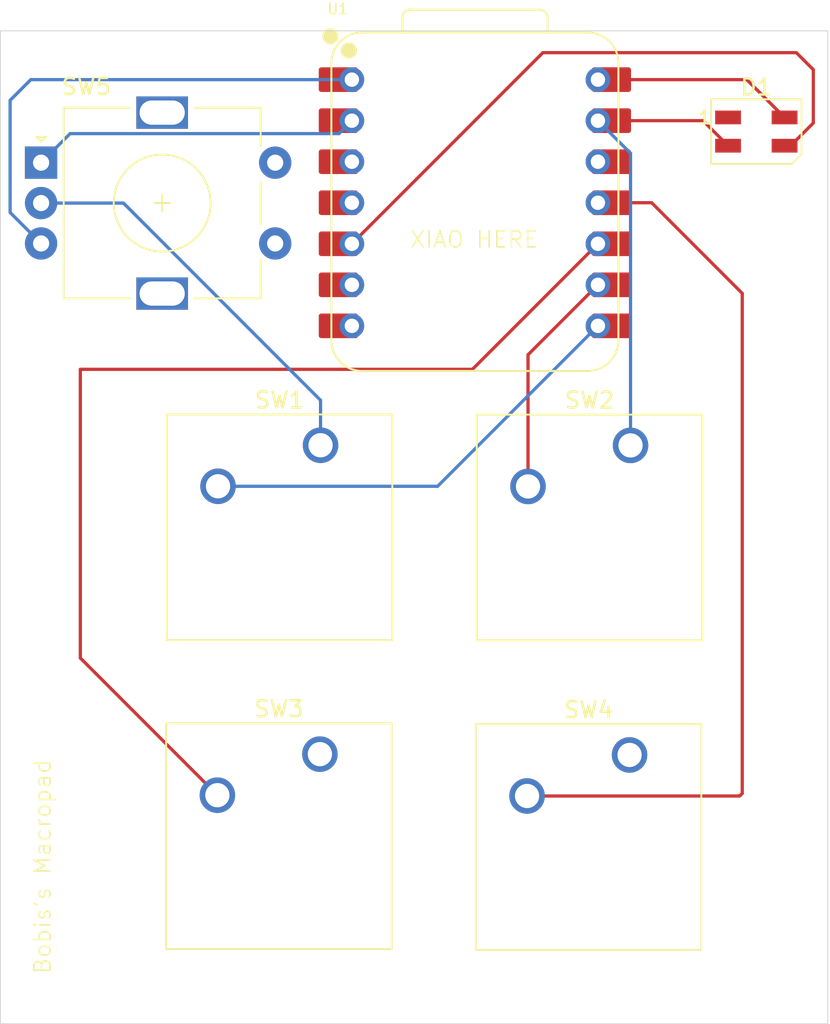
<source format=kicad_pcb>
(kicad_pcb (version 20241229) (generator "pcbnew") (generator_version "9.0")
  (layers (0 "F.Cu" signal) (2 "B.Cu" signal) (13 "F.Paste" user) (15 "B.Paste" user) (5 "F.SilkS" user "F.Silkscreen") (7 "B.SilkS" user "B.Silkscreen") (1 "F.Mask" user) (3 "B.Mask" user) (25 "Edge.Cuts" user))
  (net 0 "")
  (net 1 "GND")
  (net 3 "+5V")
  (net 4 "Net-(D1-DIN)")
  (net 5 "Net-(U1-GPIO1{slash}RX)")
  (net 6 "Net-(U1-GPIO2{slash}SCK)")
  (net 7 "Net-(U1-GPIO4{slash}MISO)")
  (net 8 "Net-(U1-GPIO3{slash}MOSI)")
  (net 9 "Net-(U1-GPIO26{slash}ADC0{slash}A0)")
  (net 10 "Net-(U1-GPIO27{slash}ADC1{slash}A1)")
  (footprint "LED_SMD:LED_SK6812MINI_PLCC4_3.5x3.5mm_P1.75mm" (layer "F.Cu") (at 174.07 33.435)
    (property "Reference" "D1" (at 0 -2.75 0) (layer "F.SilkS"))
    (property "Value" "SK6812MINI")
    (fp_line (start -2.8 -2) (end -2.8 2) (stroke (width 0.12)) (layer "F.SilkS"))
    (fp_line (start -2.8 -2) (end 2.8 -2) (stroke (width 0.12)) (layer "F.SilkS"))
    (fp_line (start -2.8 2) (end 2.2 2) (stroke (width 0.12)) (layer "F.SilkS"))
    (fp_line (start 2.8 1.4) (end 2.2 2) (stroke (width 0.12)) (layer "F.SilkS"))
    (fp_line (start 2.8 1.4) (end 2.8 -2) (stroke (width 0.12)) (layer "F.SilkS"))
    (fp_text user "1" (at -3.2 -0.875 0) (layer "F.SilkS") (effects (font (size 0.8 0.8))))
    (pad "1" smd rect (at -1.75 -0.875) (size 1.6 0.85) (layers "F.Cu" "F.Mask" "F.Paste"))
    (pad "2" smd rect (at -1.75 0.875) (size 1.6 0.85) (layers "F.Cu" "F.Mask" "F.Paste") (net 1 "GND"))
    (pad "3" smd rect (at 1.75 0.875) (size 1.6 0.85) (layers "F.Cu" "F.Mask" "F.Paste") (net 4 "Net-(D1-DIN)"))
    (pad "4" smd rect (at 1.75 -0.875) (size 1.6 0.85) (layers "F.Cu" "F.Mask" "F.Paste") (net 3 "+5V"))
  )
  (footprint "OPL:XIAO-RP2040-DIP" (layer "F.Cu") (at 156.64 37.84)
    (property "Reference" "U1" (at -8.5 -12 0) (layer "F.SilkS") (effects (font (size 0.635 0.635) (thickness 0.1016))))
    (property "Value" "XIAO-RP2040-DIP")
    (fp_line (start -8.89 8.509) (end -8.89 -8.636) (stroke (width 0.127)) (layer "F.SilkS"))
    (fp_line (start -6.985 10.414) (end 6.985 10.414) (stroke (width 0.127)) (layer "F.SilkS"))
    (fp_line (start -4.495 -10.541) (end -4.491272 -11.451272) (stroke (width 0.127)) (layer "F.SilkS"))
    (fp_line (start -3.991272 -11.951) (end 4.004 -11.951) (stroke (width 0.127)) (layer "F.SilkS"))
    (fp_line (start 4.504 -11.451) (end 4.504 -10.541) (stroke (width 0.127)) (layer "F.SilkS"))
    (fp_line (start 6.985 -10.541) (end -6.985 -10.541) (stroke (width 0.1)) (layer "F.SilkS"))
    (fp_line (start 6.985 -10.541) (end -6.985 -10.541) (stroke (width 0.127)) (layer "F.SilkS"))
    (fp_line (start 8.89 8.509) (end 8.89 -8.636) (stroke (width 0.127)) (layer "F.SilkS"))
    (fp_arc (start -8.89 -8.636) (mid -8.332038 -9.983038) (end -6.985 -10.541) (stroke (width 0.127)) (layer "F.SilkS"))
    (fp_arc (start -6.985 10.414) (mid -8.332038 9.856038) (end -8.89 8.509) (stroke (width 0.127)) (layer "F.SilkS"))
    (fp_arc (start -4.491272 -11.451272) (mid -4.344728 -11.80464) (end -3.991272 -11.951) (stroke (width 0.127)) (layer "F.SilkS"))
    (fp_arc (start 4.004 -11.951) (mid 4.357553 -11.804553) (end 4.504 -11.451) (stroke (width 0.127)) (layer "F.SilkS"))
    (fp_arc (start 6.985 -10.541) (mid 8.332038 -9.983038) (end 8.89 -8.636) (stroke (width 0.127)) (layer "F.SilkS"))
    (fp_arc (start 8.89 8.509) (mid 8.332038 9.856038) (end 6.985 10.414) (stroke (width 0.127)) (layer "F.SilkS"))
    (fp_circle (center -8.95 -10.3) (end -8.95 -10.554) (stroke (width 0.5)) (fill yes) (layer "F.SilkS"))
    (fp_circle (center -7.807 -9.42) (end -7.807 -9.674) (stroke (width 0.5)) (fill yes) (layer "F.SilkS"))
    (pad "1" smd roundrect (at -8.455 -7.62 180) (size 2.432 1.524) (layers "F.Cu" "F.Mask") (roundrect_rratio 0.1) (net 9 "Net-(U1-GPIO26{slash}ADC0{slash}A0)"))
    (pad "1" thru_hole circle (at -7.62 -7.62 180) (size 1.524 1.524) (drill 0.889) (layers "*.Cu" "*.Mask") (net 9 "Net-(U1-GPIO26{slash}ADC0{slash}A0)"))
    (pad "2" smd roundrect (at -8.455 -5.08 180) (size 2.432 1.524) (layers "F.Cu" "F.Mask") (roundrect_rratio 0.1) (net 10 "Net-(U1-GPIO27{slash}ADC1{slash}A1)"))
    (pad "2" thru_hole circle (at -7.62 -5.08 180) (size 1.524 1.524) (drill 0.889) (layers "*.Cu" "*.Mask") (net 10 "Net-(U1-GPIO27{slash}ADC1{slash}A1)"))
    (pad "3" smd roundrect (at -8.455 -2.54 180) (size 2.432 1.524) (layers "F.Cu" "F.Mask") (roundrect_rratio 0.1))
    (pad "3" thru_hole circle (at -7.62 -2.54 180) (size 1.524 1.524) (drill 0.889) (layers "*.Cu" "*.Mask"))
    (pad "4" smd roundrect (at -8.455 0 180) (size 2.432 1.524) (layers "F.Cu" "F.Mask") (roundrect_rratio 0.1))
    (pad "4" thru_hole circle (at -7.62 0 180) (size 1.524 1.524) (drill 0.889) (layers "*.Cu" "*.Mask"))
    (pad "5" smd roundrect (at -8.455 2.54 180) (size 2.432 1.524) (layers "F.Cu" "F.Mask") (roundrect_rratio 0.1) (net 4 "Net-(D1-DIN)"))
    (pad "5" thru_hole circle (at -7.62 2.54 180) (size 1.524 1.524) (drill 0.889) (layers "*.Cu" "*.Mask") (net 4 "Net-(D1-DIN)"))
    (pad "6" smd roundrect (at -8.455 5.08 180) (size 2.432 1.524) (layers "F.Cu" "F.Mask") (roundrect_rratio 0.1))
    (pad "6" thru_hole circle (at -7.62 5.08 180) (size 1.524 1.524) (drill 0.889) (layers "*.Cu" "*.Mask"))
    (pad "7" smd roundrect (at -8.455 7.62 180) (size 2.432 1.524) (layers "F.Cu" "F.Mask") (roundrect_rratio 0.1))
    (pad "7" thru_hole circle (at -7.62 7.62 180) (size 1.524 1.524) (drill 0.889) (layers "*.Cu" "*.Mask"))
    (pad "8" thru_hole circle (at 7.62 7.62) (size 1.524 1.524) (drill 0.889) (layers "*.Cu" "*.Mask") (net 5 "Net-(U1-GPIO1{slash}RX)"))
    (pad "8" smd roundrect (at 8.455 7.62) (size 2.432 1.524) (layers "F.Cu" "F.Mask") (roundrect_rratio 0.1) (net 5 "Net-(U1-GPIO1{slash}RX)"))
    (pad "9" thru_hole circle (at 7.62 5.08) (size 1.524 1.524) (drill 0.889) (layers "*.Cu" "*.Mask") (net 6 "Net-(U1-GPIO2{slash}SCK)"))
    (pad "9" smd roundrect (at 8.455 5.08) (size 2.432 1.524) (layers "F.Cu" "F.Mask") (roundrect_rratio 0.1) (net 6 "Net-(U1-GPIO2{slash}SCK)"))
    (pad "10" thru_hole circle (at 7.62 2.54) (size 1.524 1.524) (drill 0.889) (layers "*.Cu" "*.Mask") (net 7 "Net-(U1-GPIO4{slash}MISO)"))
    (pad "10" smd roundrect (at 8.455 2.54) (size 2.432 1.524) (layers "F.Cu" "F.Mask") (roundrect_rratio 0.1) (net 7 "Net-(U1-GPIO4{slash}MISO)"))
    (pad "11" thru_hole circle (at 7.62 0) (size 1.524 1.524) (drill 0.889) (layers "*.Cu" "*.Mask") (net 8 "Net-(U1-GPIO3{slash}MOSI)"))
    (pad "11" smd roundrect (at 8.455 0) (size 2.432 1.524) (layers "F.Cu" "F.Mask") (roundrect_rratio 0.1) (net 8 "Net-(U1-GPIO3{slash}MOSI)"))
    (pad "12" thru_hole circle (at 7.62 -2.54) (size 1.524 1.524) (drill 0.889) (layers "*.Cu" "*.Mask"))
    (pad "12" smd roundrect (at 8.455 -2.54) (size 2.432 1.524) (layers "F.Cu" "F.Mask") (roundrect_rratio 0.1))
    (pad "13" thru_hole circle (at 7.62 -5.08) (size 1.524 1.524) (drill 0.889) (layers "*.Cu" "*.Mask") (net 1 "GND"))
    (pad "13" smd roundrect (at 8.455 -5.08) (size 2.432 1.524) (layers "F.Cu" "F.Mask") (roundrect_rratio 0.1) (net 1 "GND"))
    (pad "14" thru_hole circle (at 7.62 -7.62) (size 1.524 1.524) (drill 0.889) (layers "*.Cu" "*.Mask") (net 3 "+5V"))
    (pad "14" smd roundrect (at 8.455 -7.62) (size 2.432 1.524) (layers "F.Cu" "F.Mask") (roundrect_rratio 0.1) (net 3 "+5V"))
  )
  (footprint "Button_Switch_Keyboard:SW_Cherry_MX_1.00u_PCB" (layer "F.Cu") (at 166.28 52.86)
    (property "Reference" "SW2" (at -2.54 -2.794 0) (layer "F.SilkS"))
    (property "Value" "SW_Push")
    (fp_line (start -9.525 -1.905) (end 4.445 -1.905) (stroke (width 0.12)) (layer "F.SilkS"))
    (fp_line (start -9.525 12.065) (end -9.525 -1.905) (stroke (width 0.12)) (layer "F.SilkS"))
    (fp_line (start 4.445 -1.905) (end 4.445 12.065) (stroke (width 0.12)) (layer "F.SilkS"))
    (fp_line (start 4.445 12.065) (end -9.525 12.065) (stroke (width 0.12)) (layer "F.SilkS"))
    (pad "" np_thru_hole circle (at -7.62 5.08) (size 1.7 1.7) (drill 1.7) (layers "*.Cu" "*.Mask"))
    (pad "" np_thru_hole circle (at -2.54 5.08) (size 4 4) (drill 4) (layers "*.Cu" "*.Mask"))
    (pad "" np_thru_hole circle (at 2.54 5.08) (size 1.7 1.7) (drill 1.7) (layers "*.Cu" "*.Mask"))
    (pad "1" thru_hole circle (at 0 0) (size 2.2 2.2) (drill 1.5) (layers "*.Cu" "*.Mask") (net 1 "GND"))
    (pad "2" thru_hole circle (at -6.35 2.54) (size 2.2 2.2) (drill 1.5) (layers "*.Cu" "*.Mask") (net 6 "Net-(U1-GPIO2{slash}SCK)"))
  )
  (footprint "Button_Switch_Keyboard:SW_Cherry_MX_1.00u_PCB" (layer "F.Cu") (at 166.22 72.02)
    (property "Reference" "SW4" (at -2.54 -2.794 0) (layer "F.SilkS"))
    (property "Value" "SW_Push")
    (fp_line (start -9.525 -1.905) (end 4.445 -1.905) (stroke (width 0.12)) (layer "F.SilkS"))
    (fp_line (start -9.525 12.065) (end -9.525 -1.905) (stroke (width 0.12)) (layer "F.SilkS"))
    (fp_line (start 4.445 -1.905) (end 4.445 12.065) (stroke (width 0.12)) (layer "F.SilkS"))
    (fp_line (start 4.445 12.065) (end -9.525 12.065) (stroke (width 0.12)) (layer "F.SilkS"))
    (pad "" np_thru_hole circle (at -7.62 5.08) (size 1.7 1.7) (drill 1.7) (layers "*.Cu" "*.Mask"))
    (pad "" np_thru_hole circle (at -2.54 5.08) (size 4 4) (drill 4) (layers "*.Cu" "*.Mask"))
    (pad "" np_thru_hole circle (at 2.54 5.08) (size 1.7 1.7) (drill 1.7) (layers "*.Cu" "*.Mask"))
    (pad "1" thru_hole circle (at 0 0) (size 2.2 2.2) (drill 1.5) (layers "*.Cu" "*.Mask") (net 1 "GND"))
    (pad "2" thru_hole circle (at -6.35 2.54) (size 2.2 2.2) (drill 1.5) (layers "*.Cu" "*.Mask") (net 8 "Net-(U1-GPIO3{slash}MOSI)"))
  )
  (footprint "Button_Switch_Keyboard:SW_Cherry_MX_1.00u_PCB" (layer "F.Cu") (at 147.08 52.85)
    (property "Reference" "SW1" (at -2.54 -2.794 0) (layer "F.SilkS"))
    (property "Value" "SW_Push")
    (fp_line (start -9.525 -1.905) (end 4.445 -1.905) (stroke (width 0.12)) (layer "F.SilkS"))
    (fp_line (start -9.525 12.065) (end -9.525 -1.905) (stroke (width 0.12)) (layer "F.SilkS"))
    (fp_line (start 4.445 -1.905) (end 4.445 12.065) (stroke (width 0.12)) (layer "F.SilkS"))
    (fp_line (start 4.445 12.065) (end -9.525 12.065) (stroke (width 0.12)) (layer "F.SilkS"))
    (pad "" np_thru_hole circle (at -7.62 5.08) (size 1.7 1.7) (drill 1.7) (layers "*.Cu" "*.Mask"))
    (pad "" np_thru_hole circle (at -2.54 5.08) (size 4 4) (drill 4) (layers "*.Cu" "*.Mask"))
    (pad "" np_thru_hole circle (at 2.54 5.08) (size 1.7 1.7) (drill 1.7) (layers "*.Cu" "*.Mask"))
    (pad "1" thru_hole circle (at 0 0) (size 2.2 2.2) (drill 1.5) (layers "*.Cu" "*.Mask") (net 1 "GND"))
    (pad "2" thru_hole circle (at -6.35 2.54) (size 2.2 2.2) (drill 1.5) (layers "*.Cu" "*.Mask") (net 5 "Net-(U1-GPIO1{slash}RX)"))
  )
  (footprint "Rotary_Encoder:RotaryEncoder_Alps_EC11E-Switch_Vertical_H20mm" (layer "F.Cu") (at 129.77 35.36)
    (property "Reference" "SW5" (at 2.8 -4.7 0) (layer "F.SilkS"))
    (property "Value" "RotaryEncoder")
    (fp_line (start -0.3 -1.6) (end 0.3 -1.6) (stroke (width 0.12)) (layer "F.SilkS"))
    (fp_line (start 0 -1.3) (end -0.3 -1.6) (stroke (width 0.12)) (layer "F.SilkS"))
    (fp_line (start 0.3 -1.6) (end 0 -1.3) (stroke (width 0.12)) (layer "F.SilkS"))
    (fp_line (start 1.4 -3.4) (end 1.4 8.4) (stroke (width 0.12)) (layer "F.SilkS"))
    (fp_line (start 5.5 -3.4) (end 1.4 -3.4) (stroke (width 0.12)) (layer "F.SilkS"))
    (fp_line (start 5.5 8.4) (end 1.4 8.4) (stroke (width 0.12)) (layer "F.SilkS"))
    (fp_line (start 7 2.5) (end 8 2.5) (stroke (width 0.12)) (layer "F.SilkS"))
    (fp_line (start 7.5 2) (end 7.5 3) (stroke (width 0.12)) (layer "F.SilkS"))
    (fp_line (start 9.5 -3.4) (end 13.6 -3.4) (stroke (width 0.12)) (layer "F.SilkS"))
    (fp_line (start 13.6 -3.4) (end 13.6 -1) (stroke (width 0.12)) (layer "F.SilkS"))
    (fp_line (start 13.6 1.2) (end 13.6 3.8) (stroke (width 0.12)) (layer "F.SilkS"))
    (fp_line (start 13.6 6) (end 13.6 8.4) (stroke (width 0.12)) (layer "F.SilkS"))
    (fp_line (start 13.6 8.4) (end 9.5 8.4) (stroke (width 0.12)) (layer "F.SilkS"))
    (fp_circle (center 7.5 2.5) (end 10.5 2.5) (stroke (width 0.12)) (fill no) (layer "F.SilkS"))
    (pad "A" thru_hole rect (at 0 0) (size 2 2) (drill 1) (layers "*.Cu" "*.Mask") (net 10 "Net-(U1-GPIO27{slash}ADC1{slash}A1)"))
    (pad "B" thru_hole circle (at 0 5) (size 2 2) (drill 1) (layers "*.Cu" "*.Mask") (net 9 "Net-(U1-GPIO26{slash}ADC0{slash}A0)"))
    (pad "C" thru_hole circle (at 0 2.5) (size 2 2) (drill 1) (layers "*.Cu" "*.Mask") (net 1 "GND"))
    (pad "MP" thru_hole rect (at 7.5 -3.1) (size 3.2 2) (drill oval 2.8 1.5) (layers "*.Cu" "*.Mask"))
    (pad "MP" thru_hole rect (at 7.5 8.1) (size 3.2 2) (drill oval 2.8 1.5) (layers "*.Cu" "*.Mask"))
    (pad "S1" thru_hole circle (at 14.5 5) (size 2 2) (drill 1) (layers "*.Cu" "*.Mask"))
    (pad "S2" thru_hole circle (at 14.5 0) (size 2 2) (drill 1) (layers "*.Cu" "*.Mask"))
  )
  (footprint "Button_Switch_Keyboard:SW_Cherry_MX_1.00u_PCB" (layer "F.Cu") (at 147.04 71.97)
    (property "Reference" "SW3" (at -2.54 -2.794 0) (layer "F.SilkS"))
    (property "Value" "SW_Push")
    (fp_line (start -9.525 -1.905) (end 4.445 -1.905) (stroke (width 0.12)) (layer "F.SilkS"))
    (fp_line (start -9.525 12.065) (end -9.525 -1.905) (stroke (width 0.12)) (layer "F.SilkS"))
    (fp_line (start 4.445 -1.905) (end 4.445 12.065) (stroke (width 0.12)) (layer "F.SilkS"))
    (fp_line (start 4.445 12.065) (end -9.525 12.065) (stroke (width 0.12)) (layer "F.SilkS"))
    (pad "" np_thru_hole circle (at -7.62 5.08) (size 1.7 1.7) (drill 1.7) (layers "*.Cu" "*.Mask"))
    (pad "" np_thru_hole circle (at -2.54 5.08) (size 4 4) (drill 4) (layers "*.Cu" "*.Mask"))
    (pad "" np_thru_hole circle (at 2.54 5.08) (size 1.7 1.7) (drill 1.7) (layers "*.Cu" "*.Mask"))
    (pad "1" thru_hole circle (at 0 0) (size 2.2 2.2) (drill 1.5) (layers "*.Cu" "*.Mask") (net 1 "GND"))
    (pad "2" thru_hole circle (at -6.35 2.54) (size 2.2 2.2) (drill 1.5) (layers "*.Cu" "*.Mask") (net 7 "Net-(U1-GPIO4{slash}MISO)"))
  )
  (gr_rect (start 127.25 27.2) (end 178.5 88.65) (stroke (width 0.05)) (fill no) (layer "Edge.Cuts"))
  (gr_text "Bobis's Macropad" (at 130.45 85.65 90) (layer "F.SilkS") (effects (font (size 1 1) (thickness 0.1)) (justify left bottom)))
  (gr_text "XIAO HERE" (at 152.55 40.7 0) (layer "F.SilkS") (effects (font (size 1 1) (thickness 0.1)) (justify left bottom)))
  (segment (start 170.77 32.76) (end 172.32 34.31) (width 0.2) (layer "F.Cu") (net 1))
  (segment (start 164.26 32.76) (end 170.77 32.76) (width 0.2) (layer "F.Cu") (net 1))
  (segment (start 129.77 37.86) (end 134.872 37.86) (width 0.2) (layer "B.Cu") (net 1))
  (segment (start 134.872 37.86) (end 147.08 50.068) (width 0.2) (layer "B.Cu") (net 1))
  (segment (start 166.28 52.86) (end 166.28 34.78) (width 0.2) (layer "B.Cu") (net 1))
  (segment (start 166.28 34.78) (end 164.26 32.76) (width 0.2) (layer "B.Cu") (net 1))
  (segment (start 147.08 50.068) (end 147.08 52.85) (width 0.2) (layer "B.Cu") (net 1))
  (segment (start 164.26 30.22) (end 165.095 30.22) (width 0.2) (layer "F.Cu") (net 3))
  (segment (start 173.48 30.22) (end 175.82 32.56) (width 0.2) (layer "F.Cu") (net 3))
  (segment (start 164.26 30.22) (end 173.48 30.22) (width 0.2) (layer "F.Cu") (net 3))
  (segment (start 177.6 29.6) (end 177.6 32.905) (width 0.2) (layer "F.Cu") (net 4))
  (segment (start 177.6 32.905) (end 176.195 34.31) (width 0.2) (layer "F.Cu") (net 4))
  (segment (start 176.195 34.31) (end 175.82 34.31) (width 0.2) (layer "F.Cu") (net 4))
  (segment (start 149.02 40.38) (end 160.849 28.551) (width 0.2) (layer "F.Cu") (net 4))
  (segment (start 176.551 28.551) (end 177.6 29.6) (width 0.2) (layer "F.Cu") (net 4))
  (segment (start 160.849 28.551) (end 176.551 28.551) (width 0.2) (layer "F.Cu") (net 4))
  (segment (start 164.26 45.46) (end 165.095 45.46) (width 0.2) (layer "F.Cu") (net 5))
  (segment (start 164.26 45.46) (end 154.33 55.39) (width 0.2) (layer "B.Cu") (net 5))
  (segment (start 154.33 55.39) (end 140.73 55.39) (width 0.2) (layer "B.Cu") (net 5))
  (segment (start 164.26 42.92) (end 159.93 47.25) (width 0.2) (layer "F.Cu") (net 6))
  (segment (start 159.93 47.25) (end 159.93 55.4) (width 0.2) (layer "F.Cu") (net 6))
  (segment (start 132.2 66.02) (end 140.69 74.51) (width 0.2) (layer "F.Cu") (net 7))
  (segment (start 132.2 48.15) (end 132.2 66.02) (width 0.2) (layer "F.Cu") (net 7))
  (segment (start 164.26 40.38) (end 156.49 48.15) (width 0.2) (layer "F.Cu") (net 7))
  (segment (start 156.49 48.15) (end 132.2 48.15) (width 0.2) (layer "F.Cu") (net 7))
  (segment (start 167.59 37.84) (end 173.2 43.45) (width 0.2) (layer "F.Cu") (net 8))
  (segment (start 173.2 74.4) (end 173.04 74.56) (width 0.2) (layer "F.Cu") (net 8))
  (segment (start 164.26 37.84) (end 167.59 37.84) (width 0.2) (layer "F.Cu") (net 8))
  (segment (start 173.04 74.56) (end 159.87 74.56) (width 0.2) (layer "F.Cu") (net 8))
  (segment (start 173.2 43.45) (end 173.2 74.4) (width 0.2) (layer "F.Cu") (net 8))
  (segment (start 127.851 31.5) (end 127.851 38.441) (width 0.2) (layer "B.Cu") (net 9))
  (segment (start 129.131 30.22) (end 127.851 31.5) (width 0.2) (layer "B.Cu") (net 9))
  (segment (start 149.02 30.22) (end 129.131 30.22) (width 0.2) (layer "B.Cu") (net 9))
  (segment (start 127.851 38.441) (end 129.77 40.36) (width 0.2) (layer "B.Cu") (net 9))
  (segment (start 131.569 33.561) (end 129.77 35.36) (width 0.2) (layer "B.Cu") (net 10))
  (segment (start 148.219 33.561) (end 131.569 33.561) (width 0.2) (layer "B.Cu") (net 10))
  (segment (start 149.02 32.76) (end 148.219 33.561) (width 0.2) (layer "B.Cu") (net 10))
)
</source>
